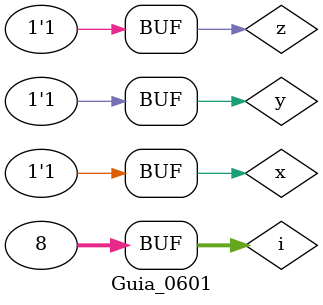
<source format=v>


module g0601 (output s1,
            output s2,
            output s3,
            output s4,
            output s5,
            input  x, y, z); // mintermos 
    assign s1 = (~x&~y&z)  | (x&y); 
    assign s2 = (y&~z)     | (x&~z); 
    assign s3 = (y&~z)     | (~y&z);
    assign s4 = (~x&y&~z)  | (x&~y) | (~y&z);
    assign s5 = (~x&~y&~z) | (x&y)  | (y&z) ;
endmodule // g0601

// --------------------- 
// Guia_0601 
// --------------------- 

module Guia_0601; 
    reg   x = 0, y = 0, z = 0; 
    wire  s1, s2, s3, s4, s5; 
    integer i = 0; 
    // instancias 
    g0601 EXP (s1, s2, s3, s4, s5, x, y, z); 

    // valores iniciais 
    initial begin: start 
        x=1'bx; y=1'bx; z=1'bx;   // indefinidos 
    end // start

    // main
    initial begin: main 

        $display("Guia_0601 - Teste ");  
        
        $display("\na.)");
        $display(" x  y  z = s1"); 
        $monitor("%2b %2b %2b = %2b", x, y, z, s1 ); 
        for (i = 0; i < 8; i = i + 1) begin
            { x, y, z } = i;
            #1;
        end // for

        $display("\nb.)");
        $display(" x  y  z = s2"); 
        $monitor("%2b %2b %2b = %2b", x, y, z, s2 ); 
        for (i = 0; i < 8; i = i + 1) begin
            { x, y, z } = i;
            #1;
        end // for

        $display("\nc.)");
        $display(" x  y  z = s3"); 
        $monitor("%2b %2b %2b = %2b", x, y, z, s3 ); 
        for (i = 0; i < 8; i = i + 1) begin
            { x, y, z } = i;
            #1;
        end // for

        $display("\nd.)");
        $display(" x  y  z = s4"); 
        $monitor("%2b %2b %2b = %2b", x, y, z, s4 );  
        for (i = 0; i < 8; i = i + 1) begin
            { x, y, z } = i;
            #1;
        end // for

        $display("\ne.)");
        $display(" x  y  z = s5"); 
        $monitor("%2b %2b %2b = %2b", x, y, z, s5 );  
        for (i = 0; i < 8; i = i + 1) begin
            { x, y, z } = i;
            #1;
        end // for

    end // main

endmodule // Guia_0601 
</source>
